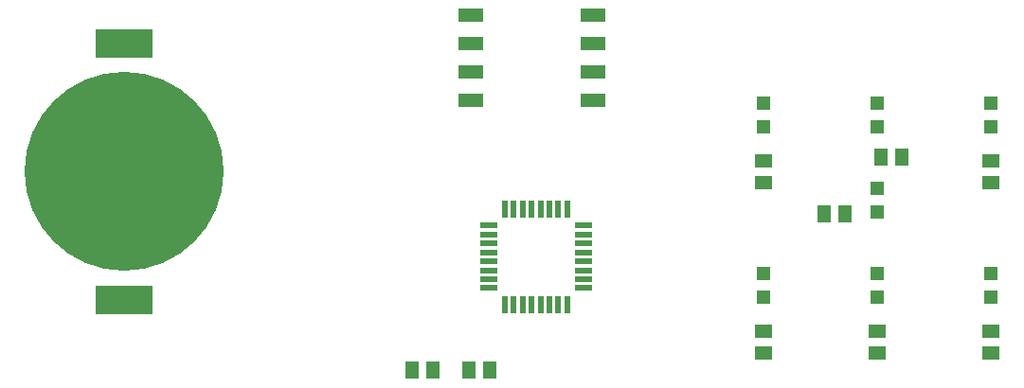
<source format=gbr>
G04 EAGLE Gerber RS-274X export*
G75*
%MOMM*%
%FSLAX34Y34*%
%LPD*%
%INSolderpaste Top*%
%IPPOS*%
%AMOC8*
5,1,8,0,0,1.08239X$1,22.5*%
G01*
%ADD10R,5.100000X2.500000*%
%ADD11C,17.800000*%
%ADD12R,1.300000X1.500000*%
%ADD13R,1.500000X0.600000*%
%ADD14R,0.600000X1.500000*%
%ADD15R,1.200000X1.200000*%
%ADD16R,1.600000X1.300000*%
%ADD17R,1.300000X1.600000*%
%ADD18R,2.200000X1.200000*%


D10*
X139700Y177600D03*
X139700Y406600D03*
D11*
X139700Y292100D03*
D12*
X415900Y114300D03*
X396900Y114300D03*
X447700Y114300D03*
X466700Y114300D03*
D13*
X465500Y243900D03*
X465500Y235900D03*
X465500Y227900D03*
X465500Y219900D03*
X465500Y211900D03*
X465500Y203900D03*
X465500Y195900D03*
X465500Y187900D03*
D14*
X480000Y173400D03*
X488000Y173400D03*
X496000Y173400D03*
X504000Y173400D03*
X512000Y173400D03*
X520000Y173400D03*
X528000Y173400D03*
X536000Y173400D03*
D13*
X550500Y187900D03*
X550500Y195900D03*
X550500Y203900D03*
X550500Y211900D03*
X550500Y219900D03*
X550500Y227900D03*
X550500Y235900D03*
X550500Y243900D03*
D14*
X536000Y258400D03*
X528000Y258400D03*
X520000Y258400D03*
X512000Y258400D03*
X504000Y258400D03*
X496000Y258400D03*
X488000Y258400D03*
X480000Y258400D03*
D15*
X711200Y201000D03*
X711200Y180000D03*
X812800Y201000D03*
X812800Y180000D03*
X914400Y201000D03*
X914400Y180000D03*
X711200Y353400D03*
X711200Y332400D03*
X812800Y353400D03*
X812800Y332400D03*
X914400Y353400D03*
X914400Y332400D03*
X812800Y277200D03*
X812800Y256200D03*
D16*
X711200Y149200D03*
X711200Y130200D03*
X812800Y149200D03*
X812800Y130200D03*
X914400Y149200D03*
X914400Y130200D03*
X711200Y301600D03*
X711200Y282600D03*
D17*
X816000Y304800D03*
X835000Y304800D03*
D16*
X914400Y301600D03*
X914400Y282600D03*
D17*
X784200Y254000D03*
X765200Y254000D03*
D18*
X449680Y431800D03*
X449680Y406400D03*
X449680Y381000D03*
X449680Y355600D03*
X558700Y355600D03*
X558700Y381000D03*
X558700Y406400D03*
X558700Y431800D03*
M02*

</source>
